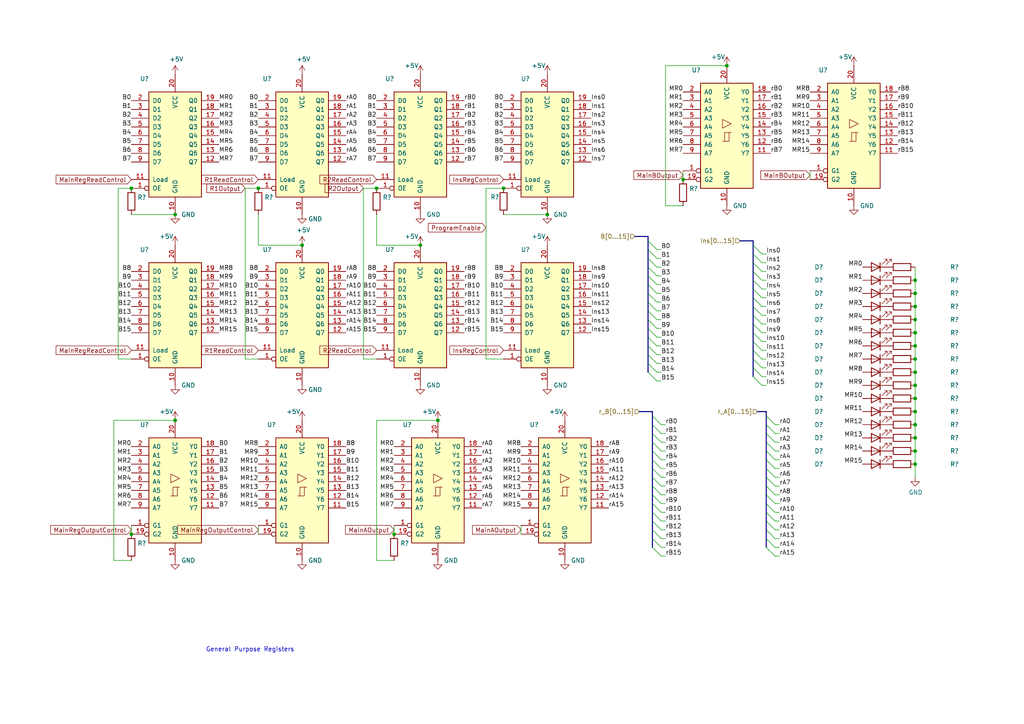
<source format=kicad_sch>
(kicad_sch (version 20211123) (generator eeschema)
  (paper "A4")
  (lib_symbols
    (symbol "74xx:74LS541" (pin_names (offset 1.016))
      (property "Reference" "U" (at -7.62 16.51 0))
      (property "Value" "74LS541" (at -7.62 -16.51 0))
      (symbol "74LS541_1_0"
        (polyline (pts (xy -0.635 -1.6002) (xy -0.635 0.9398) (xy 0.635 0.9398)))
        (polyline (pts (xy -1.27 -1.6002) (xy 0.635 -1.6002) (xy 0.635 0.9398) (xy 1.27 0.9398)))
        (polyline (pts (xy 1.27 3.4798) (xy -1.27 4.7498) (xy -1.27 2.2098) (xy 1.27 3.4798)) (stroke (width 0.1524)))
        (pin input inverted (at -12.7 -10.16 0) (length 5.08) (name "G1") (number "1"))
        (pin power_in line (at 0 -20.32 90) (length 5.08) (name "GND") (number "10"))
        (pin tri_state line (at 12.7 -5.08 180) (length 5.08) (name "Y7") (number "11"))
        (pin tri_state line (at 12.7 -2.54 180) (length 5.08) (name "Y6") (number "12"))
        (pin tri_state line (at 12.7 0 180) (length 5.08) (name "Y5") (number "13"))
        (pin tri_state line (at 12.7 2.54 180) (length 5.08) (name "Y4") (number "14"))
        (pin tri_state line (at 12.7 5.08 180) (length 5.08) (name "Y3") (number "15"))
        (pin tri_state line (at 12.7 7.62 180) (length 5.08) (name "Y2") (number "16"))
        (pin tri_state line (at 12.7 10.16 180) (length 5.08) (name "Y1") (number "17"))
        (pin tri_state line (at 12.7 12.7 180) (length 5.08) (name "Y0") (number "18"))
        (pin input inverted (at -12.7 -12.7 0) (length 5.08) (name "G2") (number "19"))
        (pin input line (at -12.7 12.7 0) (length 5.08) (name "A0") (number "2"))
        (pin power_in line (at 0 20.32 270) (length 5.08) (name "VCC") (number "20"))
        (pin input line (at -12.7 10.16 0) (length 5.08) (name "A1") (number "3"))
        (pin input line (at -12.7 7.62 0) (length 5.08) (name "A2") (number "4"))
        (pin input line (at -12.7 5.08 0) (length 5.08) (name "A3") (number "5"))
        (pin input line (at -12.7 2.54 0) (length 5.08) (name "A4") (number "6"))
        (pin input line (at -12.7 0 0) (length 5.08) (name "A5") (number "7"))
        (pin input line (at -12.7 -2.54 0) (length 5.08) (name "A6") (number "8"))
        (pin input line (at -12.7 -5.08 0) (length 5.08) (name "A7") (number "9"))
      )
      (symbol "74LS541_1_1"
        (rectangle (start -7.62 15.24) (end 7.62 -15.24) (stroke (width 0.254)) (fill (type background)))
      )
    )
    (symbol "Device:LED" (pin_numbers hide) (pin_names (offset 1.016) hide)
      (property "Reference" "D" (at 0 2.54 0))
      (property "Value" "LED" (at 0 -2.54 0))
      (symbol "LED_0_1"
        (polyline (pts (xy -1.27 -1.27) (xy -1.27 1.27)) (stroke (width 0.254)))
        (polyline (pts (xy -1.27 0) (xy 1.27 0)))
        (polyline (pts (xy 1.27 -1.27) (xy 1.27 1.27) (xy -1.27 0) (xy 1.27 -1.27)) (stroke (width 0.254)))
        (polyline (pts (xy -3.048 -0.762) (xy -4.572 -2.286) (xy -3.81 -2.286) (xy -4.572 -2.286) (xy -4.572 -1.524)))
        (polyline (pts (xy -1.778 -0.762) (xy -3.302 -2.286) (xy -2.54 -2.286) (xy -3.302 -2.286) (xy -3.302 -1.524)))
      )
      (symbol "LED_1_1"
        (pin passive line (at -3.81 0 0) (length 2.54) (name "K") (number "1"))
        (pin passive line (at 3.81 0 180) (length 2.54) (name "A") (number "2"))
      )
    )
    (symbol "Device:R" (pin_numbers hide) (pin_names (offset 0))
      (property "Reference" "R" (at 2.032 0 90))
      (property "Value" "R" (at 0 0 90))
      (symbol "R_0_1"
        (rectangle (start -1.016 -2.54) (end 1.016 2.54) (stroke (width 0.254)))
      )
      (symbol "R_1_1"
        (pin passive line (at 0 3.81 270) (length 1.27) (name "~") (number "1"))
        (pin passive line (at 0 -3.81 90) (length 1.27) (name "~") (number "2"))
      )
    )
    (symbol "MAX7000CPU-Gen2_5-rescue:+5V-power-MAX7000CPU-Gen2-rescue" (power) (pin_names (offset 0))
      (property "Value" "+5V-power-MAX7000CPU-Gen2-rescue" (at 0 3.556 0))
      (symbol "+5V-power-MAX7000CPU-Gen2-rescue_0_1"
        (polyline (pts (xy -0.762 1.27) (xy 0 2.54)))
        (polyline (pts (xy 0 0) (xy 0 2.54)))
        (polyline (pts (xy 0 2.54) (xy 0.762 1.27)))
      )
      (symbol "+5V-power-MAX7000CPU-Gen2-rescue_1_1"
        (pin power_in line (at 0 0 90) (length 0) hide (name "+5V") (number "1"))
      )
    )
    (symbol "MAX7000CPU-Gen2_5-rescue:74LS573-74xx-MAX7000CPU-Gen2-rescue" (pin_names (offset 1.016))
      (property "Reference" "U" (at -7.62 16.51 0))
      (property "Value" "74LS573-74xx-MAX7000CPU-Gen2-rescue" (at -7.62 -16.51 0))
      (symbol "74LS573-74xx-MAX7000CPU-Gen2-rescue_1_0"
        (pin input inverted (at -12.7 -12.7 0) (length 5.08) (name "OE") (number "1"))
        (pin power_in line (at 0 -20.32 90) (length 5.08) (name "GND") (number "10"))
        (pin input line (at -12.7 -10.16 0) (length 5.08) (name "Load") (number "11"))
        (pin tri_state line (at 12.7 -5.08 180) (length 5.08) (name "Q7") (number "12"))
        (pin tri_state line (at 12.7 -2.54 180) (length 5.08) (name "Q6") (number "13"))
        (pin tri_state line (at 12.7 0 180) (length 5.08) (name "Q5") (number "14"))
        (pin tri_state line (at 12.7 2.54 180) (length 5.08) (name "Q4") (number "15"))
        (pin tri_state line (at 12.7 5.08 180) (length 5.08) (name "Q3") (number "16"))
        (pin tri_state line (at 12.7 7.62 180) (length 5.08) (name "Q2") (number "17"))
        (pin tri_state line (at 12.7 10.16 180) (length 5.08) (name "Q1") (number "18"))
        (pin tri_state line (at 12.7 12.7 180) (length 5.08) (name "Q0") (number "19"))
        (pin input line (at -12.7 12.7 0) (length 5.08) (name "D0") (number "2"))
        (pin power_in line (at 0 20.32 270) (length 5.08) (name "VCC") (number "20"))
        (pin input line (at -12.7 10.16 0) (length 5.08) (name "D1") (number "3"))
        (pin input line (at -12.7 7.62 0) (length 5.08) (name "D2") (number "4"))
        (pin input line (at -12.7 5.08 0) (length 5.08) (name "D3") (number "5"))
        (pin input line (at -12.7 2.54 0) (length 5.08) (name "D4") (number "6"))
        (pin input line (at -12.7 0 0) (length 5.08) (name "D5") (number "7"))
        (pin input line (at -12.7 -2.54 0) (length 5.08) (name "D6") (number "8"))
        (pin input line (at -12.7 -5.08 0) (length 5.08) (name "D7") (number "9"))
      )
      (symbol "74LS573-74xx-MAX7000CPU-Gen2-rescue_1_1"
        (rectangle (start -7.62 15.24) (end 7.62 -15.24) (stroke (width 0.254)) (fill (type background)))
      )
    )
    (symbol "MAX7000CPU-Gen2_5-rescue:GND-power-MAX7000CPU-Gen2-rescue" (power) (pin_names (offset 0))
      (property "Value" "GND-power-MAX7000CPU-Gen2-rescue" (at 0 -3.81 0))
      (symbol "GND-power-MAX7000CPU-Gen2-rescue_0_1"
        (polyline (pts (xy 0 0) (xy 0 -1.27) (xy 1.27 -1.27) (xy 0 -2.54) (xy -1.27 -1.27) (xy 0 -1.27)))
      )
      (symbol "GND-power-MAX7000CPU-Gen2-rescue_1_1"
        (pin power_in line (at 0 0 270) (length 0) hide (name "GND") (number "1"))
      )
    )
    (symbol "MAX7000CPU-Gen2_5-rescue:R-Device-MAX7000CPU-Gen2-rescue" (pin_numbers hide) (pin_names (offset 0))
      (property "Reference" "R" (at 2.032 0 90))
      (property "Value" "R-Device-MAX7000CPU-Gen2-rescue" (at 0 0 90))
      (symbol "R-Device-MAX7000CPU-Gen2-rescue_0_1"
        (rectangle (start -1.016 -2.54) (end 1.016 2.54) (stroke (width 0.254)))
      )
      (symbol "R-Device-MAX7000CPU-Gen2-rescue_1_1"
        (pin passive line (at 0 3.81 270) (length 1.27) (name "~") (number "1"))
        (pin passive line (at 0 -3.81 90) (length 1.27) (name "~") (number "2"))
      )
    )
    (symbol "power:GND" (power) (pin_names (offset 0))
      (property "Value" "GND" (at 0 -3.81 0))
      (symbol "GND_0_1"
        (polyline (pts (xy 0 0) (xy 0 -1.27) (xy 1.27 -1.27) (xy 0 -2.54) (xy -1.27 -1.27) (xy 0 -1.27)))
      )
      (symbol "GND_1_1"
        (pin power_in line (at 0 0 270) (length 0) hide (name "GND") (number "1"))
      )
    )
  )
  (junction (at 114.3 154.94))
  (junction (at 74.93 54.61))
  (junction (at 265.43 96.52))
  (junction (at 38.1 154.94))
  (junction (at 265.43 104.14))
  (junction (at 265.43 115.57))
  (junction (at 265.43 119.38))
  (junction (at 50.8 62.23))
  (junction (at 87.63 71.12))
  (junction (at 265.43 134.62))
  (junction (at 265.43 111.76))
  (junction (at 38.1 54.61))
  (junction (at 158.75 62.23))
  (junction (at 265.43 123.19))
  (junction (at 127 121.92))
  (junction (at 265.43 107.95))
  (junction (at 109.22 54.61))
  (junction (at 121.92 71.12))
  (junction (at 146.05 54.61))
  (junction (at 265.43 81.28))
  (junction (at 265.43 92.71))
  (junction (at 265.43 88.9))
  (junction (at 265.43 127))
  (junction (at 50.8 121.92))
  (junction (at 265.43 85.09))
  (junction (at 265.43 130.81))
  (junction (at 210.82 19.05))
  (junction (at 265.43 100.33))
  (junction (at 198.12 52.07))
  (bus_entry (at 222.25 120.65) (size 2.54 2.54))
  (bus_entry (at 187.96 102.87) (size 2.54 2.54))
  (bus_entry (at 222.25 133.35) (size 2.54 2.54))
  (bus_entry (at 218.44 88.9) (size 2.54 2.54))
  (bus_entry (at 187.96 77.47) (size 2.54 2.54))
  (bus_entry (at 187.96 74.93) (size 2.54 2.54))
  (bus_entry (at 187.96 80.01) (size 2.54 2.54))
  (bus_entry (at 222.25 135.89) (size 2.54 2.54))
  (bus_entry (at 187.96 105.41) (size 2.54 2.54))
  (bus_entry (at 222.25 156.21) (size 2.54 2.54))
  (bus_entry (at 187.96 85.09) (size 2.54 2.54))
  (bus_entry (at 189.23 120.65) (size 2.54 2.54))
  (bus_entry (at 189.23 156.21) (size 2.54 2.54))
  (bus_entry (at 218.44 78.74) (size 2.54 2.54))
  (bus_entry (at 222.25 148.59) (size 2.54 2.54))
  (bus_entry (at 189.23 143.51) (size 2.54 2.54))
  (bus_entry (at 218.44 101.6) (size 2.54 2.54))
  (bus_entry (at 222.25 125.73) (size 2.54 2.54))
  (bus_entry (at 189.23 148.59) (size 2.54 2.54))
  (bus_entry (at 218.44 99.06) (size 2.54 2.54))
  (bus_entry (at 218.44 86.36) (size 2.54 2.54))
  (bus_entry (at 218.44 93.98) (size 2.54 2.54))
  (bus_entry (at 189.23 140.97) (size 2.54 2.54))
  (bus_entry (at 187.96 97.79) (size 2.54 2.54))
  (bus_entry (at 218.44 76.2) (size 2.54 2.54))
  (bus_entry (at 222.25 123.19) (size 2.54 2.54))
  (bus_entry (at 187.96 87.63) (size 2.54 2.54))
  (bus_entry (at 218.44 71.12) (size 2.54 2.54))
  (bus_entry (at 218.44 83.82) (size 2.54 2.54))
  (bus_entry (at 218.44 73.66) (size 2.54 2.54))
  (bus_entry (at 189.23 128.27) (size 2.54 2.54))
  (bus_entry (at 187.96 82.55) (size 2.54 2.54))
  (bus_entry (at 218.44 91.44) (size 2.54 2.54))
  (bus_entry (at 187.96 90.17) (size 2.54 2.54))
  (bus_entry (at 187.96 107.95) (size 2.54 2.54))
  (bus_entry (at 222.25 130.81) (size 2.54 2.54))
  (bus_entry (at 189.23 153.67) (size 2.54 2.54))
  (bus_entry (at 222.25 146.05) (size 2.54 2.54))
  (bus_entry (at 187.96 69.85) (size 2.54 2.54))
  (bus_entry (at 189.23 135.89) (size 2.54 2.54))
  (bus_entry (at 222.25 158.75) (size 2.54 2.54))
  (bus_entry (at 218.44 96.52) (size 2.54 2.54))
  (bus_entry (at 189.23 133.35) (size 2.54 2.54))
  (bus_entry (at 218.44 106.68) (size 2.54 2.54))
  (bus_entry (at 222.25 128.27) (size 2.54 2.54))
  (bus_entry (at 187.96 100.33) (size 2.54 2.54))
  (bus_entry (at 222.25 153.67) (size 2.54 2.54))
  (bus_entry (at 222.25 151.13) (size 2.54 2.54))
  (bus_entry (at 222.25 138.43) (size 2.54 2.54))
  (bus_entry (at 222.25 143.51) (size 2.54 2.54))
  (bus_entry (at 218.44 104.14) (size 2.54 2.54))
  (bus_entry (at 189.23 158.75) (size 2.54 2.54))
  (bus_entry (at 189.23 123.19) (size 2.54 2.54))
  (bus_entry (at 218.44 109.22) (size 2.54 2.54))
  (bus_entry (at 187.96 95.25) (size 2.54 2.54))
  (bus_entry (at 189.23 151.13) (size 2.54 2.54))
  (bus_entry (at 189.23 130.81) (size 2.54 2.54))
  (bus_entry (at 189.23 138.43) (size 2.54 2.54))
  (bus_entry (at 189.23 146.05) (size 2.54 2.54))
  (bus_entry (at 222.25 140.97) (size 2.54 2.54))
  (bus_entry (at 189.23 125.73) (size 2.54 2.54))
  (bus_entry (at 218.44 81.28) (size 2.54 2.54))
  (bus_entry (at 187.96 72.39) (size 2.54 2.54))
  (bus_entry (at 187.96 92.71) (size 2.54 2.54))
  (bus (pts (xy 222.25 143.51) (xy 222.25 146.05)))
  (wire (pts (xy 191.77 133.35) (xy 193.04 133.35)))
  (wire (pts (xy 265.43 107.95) (xy 265.43 111.76)))
  (bus (pts (xy 187.96 95.25) (xy 187.96 97.79)))
  (wire (pts (xy 265.43 81.28) (xy 265.43 85.09)))
  (wire (pts (xy 109.22 54.61) (xy 105.41 54.61)))
  (wire (pts (xy 190.5 85.09) (xy 191.77 85.09)))
  (wire (pts (xy 224.79 148.59) (xy 226.06 148.59)))
  (wire (pts (xy 34.29 104.14) (xy 38.1 104.14)))
  (bus (pts (xy 222.25 138.43) (xy 222.25 140.97)))
  (bus (pts (xy 222.25 123.19) (xy 222.25 125.73)))
  (wire (pts (xy 109.22 71.12) (xy 121.92 71.12)))
  (bus (pts (xy 218.44 96.52) (xy 218.44 99.06)))
  (wire (pts (xy 224.79 143.51) (xy 226.06 143.51)))
  (wire (pts (xy 191.77 123.19) (xy 193.04 123.19)))
  (wire (pts (xy 220.98 81.28) (xy 222.25 81.28)))
  (wire (pts (xy 265.43 92.71) (xy 265.43 96.52)))
  (wire (pts (xy 224.79 138.43) (xy 226.06 138.43)))
  (wire (pts (xy 191.77 158.75) (xy 193.04 158.75)))
  (wire (pts (xy 190.5 80.01) (xy 191.77 80.01)))
  (bus (pts (xy 218.44 99.06) (xy 218.44 101.6)))
  (wire (pts (xy 265.43 85.09) (xy 265.43 88.9)))
  (bus (pts (xy 189.23 148.59) (xy 189.23 151.13)))
  (wire (pts (xy 191.77 128.27) (xy 193.04 128.27)))
  (bus (pts (xy 189.23 153.67) (xy 189.23 156.21)))
  (wire (pts (xy 224.79 133.35) (xy 226.06 133.35)))
  (wire (pts (xy 190.5 90.17) (xy 191.77 90.17)))
  (bus (pts (xy 222.25 153.67) (xy 222.25 156.21)))
  (wire (pts (xy 146.05 62.23) (xy 158.75 62.23)))
  (wire (pts (xy 191.77 143.51) (xy 193.04 143.51)))
  (bus (pts (xy 218.44 78.74) (xy 218.44 81.28)))
  (wire (pts (xy 38.1 152.4) (xy 38.1 154.94)))
  (bus (pts (xy 187.96 68.58) (xy 187.96 69.85)))
  (wire (pts (xy 265.43 134.62) (xy 265.43 138.43)))
  (bus (pts (xy 187.96 82.55) (xy 187.96 85.09)))
  (bus (pts (xy 189.23 120.65) (xy 189.23 123.19)))
  (wire (pts (xy 146.05 104.14) (xy 140.97 104.14)))
  (wire (pts (xy 74.93 152.4) (xy 74.93 154.94)))
  (wire (pts (xy 109.22 162.56) (xy 109.22 121.92)))
  (wire (pts (xy 220.98 78.74) (xy 222.25 78.74)))
  (wire (pts (xy 191.77 135.89) (xy 193.04 135.89)))
  (wire (pts (xy 224.79 156.21) (xy 226.06 156.21)))
  (bus (pts (xy 218.44 101.6) (xy 218.44 104.14)))
  (wire (pts (xy 33.02 121.92) (xy 50.8 121.92)))
  (wire (pts (xy 191.77 146.05) (xy 193.04 146.05)))
  (wire (pts (xy 265.43 77.47) (xy 265.43 81.28)))
  (wire (pts (xy 220.98 86.36) (xy 222.25 86.36)))
  (wire (pts (xy 190.5 110.49) (xy 191.77 110.49)))
  (bus (pts (xy 187.96 87.63) (xy 187.96 90.17)))
  (bus (pts (xy 218.44 86.36) (xy 218.44 88.9)))
  (wire (pts (xy 74.93 62.23) (xy 74.93 71.12)))
  (bus (pts (xy 187.96 80.01) (xy 187.96 82.55)))
  (wire (pts (xy 193.04 59.69) (xy 193.04 19.05)))
  (bus (pts (xy 222.25 156.21) (xy 222.25 158.75)))
  (bus (pts (xy 222.25 151.13) (xy 222.25 153.67)))
  (wire (pts (xy 33.02 162.56) (xy 33.02 121.92)))
  (wire (pts (xy 220.98 109.22) (xy 222.25 109.22)))
  (bus (pts (xy 189.23 135.89) (xy 189.23 138.43)))
  (bus (pts (xy 218.44 76.2) (xy 218.44 78.74)))
  (wire (pts (xy 220.98 91.44) (xy 222.25 91.44)))
  (bus (pts (xy 222.25 148.59) (xy 222.25 151.13)))
  (bus (pts (xy 189.23 123.19) (xy 189.23 125.73)))
  (bus (pts (xy 222.25 119.38) (xy 219.71 119.38)))
  (wire (pts (xy 190.5 100.33) (xy 191.77 100.33)))
  (bus (pts (xy 189.23 140.97) (xy 189.23 143.51)))
  (wire (pts (xy 220.98 73.66) (xy 222.25 73.66)))
  (wire (pts (xy 224.79 158.75) (xy 226.06 158.75)))
  (wire (pts (xy 220.98 96.52) (xy 222.25 96.52)))
  (wire (pts (xy 220.98 99.06) (xy 222.25 99.06)))
  (wire (pts (xy 191.77 148.59) (xy 193.04 148.59)))
  (wire (pts (xy 224.79 123.19) (xy 226.06 123.19)))
  (wire (pts (xy 265.43 100.33) (xy 265.43 104.14)))
  (bus (pts (xy 189.23 133.35) (xy 189.23 135.89)))
  (bus (pts (xy 187.96 102.87) (xy 187.96 105.41)))
  (wire (pts (xy 105.41 54.61) (xy 105.41 104.14)))
  (bus (pts (xy 218.44 69.85) (xy 218.44 71.12)))
  (bus (pts (xy 184.15 68.58) (xy 187.96 68.58)))
  (bus (pts (xy 187.96 97.79) (xy 187.96 100.33)))
  (wire (pts (xy 265.43 127) (xy 265.43 130.81)))
  (wire (pts (xy 38.1 54.61) (xy 34.29 54.61)))
  (wire (pts (xy 191.77 125.73) (xy 193.04 125.73)))
  (wire (pts (xy 224.79 128.27) (xy 226.06 128.27)))
  (wire (pts (xy 190.5 107.95) (xy 191.77 107.95)))
  (bus (pts (xy 185.42 119.38) (xy 189.23 119.38)))
  (bus (pts (xy 189.23 143.51) (xy 189.23 146.05)))
  (wire (pts (xy 190.5 74.93) (xy 191.77 74.93)))
  (bus (pts (xy 222.25 146.05) (xy 222.25 148.59)))
  (bus (pts (xy 187.96 74.93) (xy 187.96 77.47)))
  (wire (pts (xy 190.5 77.47) (xy 191.77 77.47)))
  (bus (pts (xy 222.25 130.81) (xy 222.25 133.35)))
  (bus (pts (xy 189.23 151.13) (xy 189.23 153.67)))
  (wire (pts (xy 109.22 121.92) (xy 127 121.92)))
  (bus (pts (xy 189.23 156.21) (xy 189.23 158.75)))
  (wire (pts (xy 191.77 156.21) (xy 193.04 156.21)))
  (wire (pts (xy 140.97 54.61) (xy 140.97 104.14)))
  (wire (pts (xy 265.43 104.14) (xy 265.43 107.95)))
  (wire (pts (xy 220.98 83.82) (xy 222.25 83.82)))
  (wire (pts (xy 220.98 104.14) (xy 222.25 104.14)))
  (bus (pts (xy 222.25 119.38) (xy 222.25 120.65)))
  (bus (pts (xy 187.96 77.47) (xy 187.96 80.01)))
  (bus (pts (xy 189.23 146.05) (xy 189.23 148.59)))
  (wire (pts (xy 224.79 151.13) (xy 226.06 151.13)))
  (wire (pts (xy 265.43 111.76) (xy 265.43 115.57)))
  (bus (pts (xy 189.23 119.38) (xy 189.23 120.65)))
  (wire (pts (xy 151.13 152.4) (xy 151.13 154.94)))
  (bus (pts (xy 218.44 91.44) (xy 218.44 93.98)))
  (bus (pts (xy 189.23 125.73) (xy 189.23 128.27)))
  (wire (pts (xy 265.43 96.52) (xy 265.43 100.33)))
  (wire (pts (xy 265.43 115.57) (xy 265.43 119.38)))
  (wire (pts (xy 105.41 104.14) (xy 109.22 104.14)))
  (wire (pts (xy 190.5 95.25) (xy 191.77 95.25)))
  (wire (pts (xy 220.98 93.98) (xy 222.25 93.98)))
  (wire (pts (xy 224.79 153.67) (xy 226.06 153.67)))
  (wire (pts (xy 193.04 19.05) (xy 210.82 19.05)))
  (wire (pts (xy 71.12 104.14) (xy 71.12 54.61)))
  (wire (pts (xy 220.98 76.2) (xy 222.25 76.2)))
  (wire (pts (xy 190.5 82.55) (xy 191.77 82.55)))
  (wire (pts (xy 140.97 54.61) (xy 146.05 54.61)))
  (bus (pts (xy 187.96 72.39) (xy 187.96 74.93)))
  (wire (pts (xy 191.77 140.97) (xy 193.04 140.97)))
  (wire (pts (xy 190.5 92.71) (xy 191.77 92.71)))
  (bus (pts (xy 218.44 93.98) (xy 218.44 96.52)))
  (wire (pts (xy 220.98 88.9) (xy 222.25 88.9)))
  (bus (pts (xy 222.25 125.73) (xy 222.25 128.27)))
  (wire (pts (xy 265.43 123.19) (xy 265.43 127)))
  (bus (pts (xy 187.96 90.17) (xy 187.96 92.71)))
  (wire (pts (xy 191.77 153.67) (xy 193.04 153.67)))
  (wire (pts (xy 38.1 62.23) (xy 50.8 62.23)))
  (wire (pts (xy 224.79 140.97) (xy 226.06 140.97)))
  (bus (pts (xy 222.25 120.65) (xy 222.25 123.19)))
  (wire (pts (xy 38.1 162.56) (xy 33.02 162.56)))
  (bus (pts (xy 218.44 106.68) (xy 218.44 109.22)))
  (wire (pts (xy 190.5 102.87) (xy 191.77 102.87)))
  (bus (pts (xy 189.23 138.43) (xy 189.23 140.97)))
  (bus (pts (xy 218.44 88.9) (xy 218.44 91.44)))
  (wire (pts (xy 224.79 135.89) (xy 226.06 135.89)))
  (bus (pts (xy 222.25 133.35) (xy 222.25 135.89)))
  (wire (pts (xy 191.77 130.81) (xy 193.04 130.81)))
  (wire (pts (xy 220.98 106.68) (xy 222.25 106.68)))
  (bus (pts (xy 218.44 83.82) (xy 218.44 86.36)))
  (wire (pts (xy 224.79 146.05) (xy 226.06 146.05)))
  (wire (pts (xy 190.5 97.79) (xy 191.77 97.79)))
  (wire (pts (xy 114.3 152.4) (xy 114.3 154.94)))
  (bus (pts (xy 214.63 69.85) (xy 218.44 69.85)))
  (wire (pts (xy 191.77 138.43) (xy 193.04 138.43)))
  (bus (pts (xy 218.44 104.14) (xy 218.44 106.68)))
  (wire (pts (xy 224.79 125.73) (xy 226.06 125.73)))
  (bus (pts (xy 189.23 130.81) (xy 189.23 133.35)))
  (wire (pts (xy 34.29 54.61) (xy 34.29 104.14)))
  (wire (pts (xy 198.12 49.53) (xy 198.12 52.07)))
  (wire (pts (xy 114.3 162.56) (xy 109.22 162.56)))
  (wire (pts (xy 224.79 161.29) (xy 226.06 161.29)))
  (bus (pts (xy 222.25 140.97) (xy 222.25 143.51)))
  (wire (pts (xy 198.12 59.69) (xy 193.04 59.69)))
  (wire (pts (xy 74.93 104.14) (xy 71.12 104.14)))
  (wire (pts (xy 265.43 88.9) (xy 265.43 92.71)))
  (bus (pts (xy 222.25 128.27) (xy 222.25 130.81)))
  (wire (pts (xy 71.12 54.61) (xy 74.93 54.61)))
  (wire (pts (xy 265.43 119.38) (xy 265.43 123.19)))
  (wire (pts (xy 224.79 130.81) (xy 226.06 130.81)))
  (bus (pts (xy 218.44 73.66) (xy 218.44 76.2)))
  (wire (pts (xy 74.93 71.12) (xy 87.63 71.12)))
  (wire (pts (xy 190.5 72.39) (xy 191.77 72.39)))
  (bus (pts (xy 189.23 128.27) (xy 189.23 130.81)))
  (wire (pts (xy 191.77 151.13) (xy 193.04 151.13)))
  (bus (pts (xy 222.25 135.89) (xy 222.25 138.43)))
  (bus (pts (xy 187.96 69.85) (xy 187.96 72.39)))
  (wire (pts (xy 190.5 87.63) (xy 191.77 87.63)))
  (wire (pts (xy 265.43 130.81) (xy 265.43 134.62)))
  (wire (pts (xy 191.77 161.29) (xy 193.04 161.29)))
  (wire (pts (xy 190.5 105.41) (xy 191.77 105.41)))
  (bus (pts (xy 187.96 100.33) (xy 187.96 102.87)))
  (wire (pts (xy 220.98 111.76) (xy 222.25 111.76)))
  (wire (pts (xy 234.95 49.53) (xy 234.95 52.07)))
  (bus (pts (xy 218.44 71.12) (xy 218.44 73.66)))
  (bus (pts (xy 218.44 81.28) (xy 218.44 83.82)))
  (wire (pts (xy 109.22 62.23) (xy 109.22 71.12)))
  (bus (pts (xy 187.96 105.41) (xy 187.96 107.95)))
  (wire (pts (xy 220.98 101.6) (xy 222.25 101.6)))
  (bus (pts (xy 187.96 92.71) (xy 187.96 95.25)))
  (bus (pts (xy 187.96 85.09) (xy 187.96 87.63)))
  (text "General Purpose Registers" (at 59.69 189.23 0) (effects (font (size 1.27 1.27)) (justify left bottom)))
  (label "MR3" (at 114.3 137.16 180))
  (label "rB7" (at 223.52 44.45 0))
  (label "rB6" (at 134.62 44.45 0))
  (label "MR13" (at 234.95 39.37 180))
  (label "rB14" (at 134.62 93.98 0))
  (label "MR0" (at 250.19 77.47 180))
  (label "rA10" (at 176.53 134.62 0))
  (label "rB7" (at 193.04 140.97 0))
  (label "rA8" (at 176.53 129.54 0))
  (label "rB12" (at 260.35 36.83 0))
  (label "B11" (at 146.05 86.36 180))
  (label "B9" (at 74.93 81.28 180))
  (label "rA6" (at 226.06 138.43 0))
  (label "B3" (at 38.1 36.83 180))
  (label "rB2" (at 193.04 128.27 0))
  (label "rA7" (at 139.7 147.32 0))
  (label "rA2" (at 139.7 134.62 0))
  (label "MR4" (at 38.1 139.7 180))
  (label "rA7" (at 100.33 46.99 0))
  (label "rA8" (at 226.06 143.51 0))
  (label "B13" (at 100.33 142.24 0))
  (label "rA9" (at 100.33 81.28 0))
  (label "rB13" (at 134.62 91.44 0))
  (label "MR11" (at 151.13 137.16 180))
  (label "rB4" (at 223.52 36.83 0))
  (label "Ins7" (at 171.45 46.99 0))
  (label "B12" (at 146.05 88.9 180))
  (label "B13" (at 38.1 91.44 180))
  (label "MR7" (at 114.3 147.32 180))
  (label "rA1" (at 139.7 132.08 0))
  (label "rA0" (at 100.33 29.21 0))
  (label "Ins4" (at 171.45 39.37 0))
  (label "rB0" (at 193.04 123.19 0))
  (label "MR12" (at 250.19 123.19 180))
  (label "B14" (at 38.1 93.98 180))
  (label "B11" (at 74.93 86.36 180))
  (label "rA12" (at 226.06 153.67 0))
  (label "B15" (at 38.1 96.52 180))
  (label "Ins14" (at 171.45 93.98 0))
  (label "MR13" (at 63.5 91.44 0))
  (label "Ins1" (at 222.25 76.2 0))
  (label "B10" (at 74.93 83.82 180))
  (label "rA4" (at 100.33 39.37 0))
  (label "MR8" (at 151.13 129.54 180))
  (label "MR8" (at 234.95 26.67 180))
  (label "rB1" (at 134.62 31.75 0))
  (label "rB9" (at 193.04 146.05 0))
  (label "B1" (at 63.5 132.08 0))
  (label "B4" (at 38.1 39.37 180))
  (label "rB1" (at 193.04 125.73 0))
  (label "B4" (at 191.77 82.55 0))
  (label "MR4" (at 63.5 39.37 0))
  (label "B0" (at 146.05 29.21 180))
  (label "B1" (at 191.77 74.93 0))
  (label "B12" (at 100.33 139.7 0))
  (label "B3" (at 191.77 80.01 0))
  (label "B12" (at 74.93 88.9 180))
  (label "Ins9" (at 171.45 81.28 0))
  (label "B0" (at 74.93 29.21 180))
  (label "B10" (at 109.22 83.82 180))
  (label "MR4" (at 250.19 92.71 180))
  (label "MR3" (at 250.19 88.9 180))
  (label "B14" (at 191.77 107.95 0))
  (label "MR7" (at 250.19 104.14 180))
  (label "B2" (at 63.5 134.62 0))
  (label "Ins10" (at 171.45 83.82 0))
  (label "B7" (at 109.22 46.99 180))
  (label "rB15" (at 134.62 96.52 0))
  (label "MR11" (at 74.93 137.16 180))
  (label "Ins5" (at 222.25 86.36 0))
  (label "rB5" (at 193.04 135.89 0))
  (label "B7" (at 146.05 46.99 180))
  (label "B11" (at 191.77 100.33 0))
  (label "B9" (at 146.05 81.28 180))
  (label "MR3" (at 63.5 36.83 0))
  (label "rB4" (at 134.62 39.37 0))
  (label "B2" (at 38.1 34.29 180))
  (label "rA3" (at 226.06 130.81 0))
  (label "rA7" (at 226.06 140.97 0))
  (label "B8" (at 146.05 78.74 180))
  (label "B6" (at 74.93 44.45 180))
  (label "B10" (at 146.05 83.82 180))
  (label "MR10" (at 234.95 31.75 180))
  (label "MR2" (at 198.12 31.75 180))
  (label "B8" (at 109.22 78.74 180))
  (label "rA10" (at 100.33 83.82 0))
  (label "rA10" (at 226.06 148.59 0))
  (label "rA5" (at 100.33 41.91 0))
  (label "B5" (at 146.05 41.91 180))
  (label "rB14" (at 193.04 158.75 0))
  (label "MR8" (at 63.5 78.74 0))
  (label "MR12" (at 74.93 139.7 180))
  (label "MR15" (at 250.19 134.62 180))
  (label "B14" (at 109.22 93.98 180))
  (label "MR1" (at 63.5 31.75 0))
  (label "MR9" (at 151.13 132.08 180))
  (label "MR0" (at 63.5 29.21 0))
  (label "rB1" (at 223.52 29.21 0))
  (label "B0" (at 109.22 29.21 180))
  (label "B6" (at 191.77 87.63 0))
  (label "rA6" (at 139.7 144.78 0))
  (label "B3" (at 146.05 36.83 180))
  (label "rB6" (at 193.04 138.43 0))
  (label "B15" (at 109.22 96.52 180))
  (label "B12" (at 38.1 88.9 180))
  (label "rA15" (at 226.06 161.29 0))
  (label "rA9" (at 176.53 132.08 0))
  (label "rA6" (at 100.33 44.45 0))
  (label "MR0" (at 114.3 129.54 180))
  (label "B4" (at 109.22 39.37 180))
  (label "MR7" (at 38.1 147.32 180))
  (label "rA2" (at 226.06 128.27 0))
  (label "rB3" (at 134.62 36.83 0))
  (label "B14" (at 146.05 93.98 180))
  (label "rB8" (at 134.62 78.74 0))
  (label "B12" (at 191.77 102.87 0))
  (label "MR11" (at 234.95 34.29 180))
  (label "MR4" (at 198.12 36.83 180))
  (label "MR15" (at 63.5 96.52 0))
  (label "rB8" (at 260.35 26.67 0))
  (label "B15" (at 146.05 96.52 180))
  (label "MR2" (at 250.19 85.09 180))
  (label "B3" (at 74.93 36.83 180))
  (label "rB9" (at 260.35 29.21 0))
  (label "B1" (at 38.1 31.75 180))
  (label "rB9" (at 134.62 81.28 0))
  (label "rA14" (at 226.06 158.75 0))
  (label "B6" (at 146.05 44.45 180))
  (label "B8" (at 38.1 78.74 180))
  (label "rA4" (at 139.7 139.7 0))
  (label "rA4" (at 226.06 133.35 0))
  (label "MR14" (at 74.93 144.78 180))
  (label "rB0" (at 134.62 29.21 0))
  (label "MR7" (at 63.5 46.99 0))
  (label "Ins1" (at 171.45 31.75 0))
  (label "MR10" (at 250.19 115.57 180))
  (label "MR14" (at 151.13 144.78 180))
  (label "rB10" (at 260.35 31.75 0))
  (label "rA15" (at 176.53 147.32 0))
  (label "Ins5" (at 171.45 41.91 0))
  (label "B2" (at 146.05 34.29 180))
  (label "rA3" (at 139.7 137.16 0))
  (label "B1" (at 74.93 31.75 180))
  (label "MR15" (at 234.95 44.45 180))
  (label "B4" (at 146.05 39.37 180))
  (label "MR6" (at 250.19 100.33 180))
  (label "MR14" (at 250.19 130.81 180))
  (label "Ins10" (at 222.25 99.06 0))
  (label "MR9" (at 74.93 132.08 180))
  (label "B13" (at 74.93 91.44 180))
  (label "B6" (at 38.1 44.45 180))
  (label "B5" (at 191.77 85.09 0))
  (label "B10" (at 100.33 134.62 0))
  (label "B13" (at 191.77 105.41 0))
  (label "B7" (at 38.1 46.99 180))
  (label "B15" (at 100.33 147.32 0))
  (label "rA15" (at 100.33 96.52 0))
  (label "MR4" (at 114.3 139.7 180))
  (label "B9" (at 191.77 95.25 0))
  (label "Ins8" (at 171.45 78.74 0))
  (label "B9" (at 100.33 132.08 0))
  (label "B6" (at 109.22 44.45 180))
  (label "rA5" (at 226.06 135.89 0))
  (label "Ins7" (at 222.25 91.44 0))
  (label "Ins4" (at 222.25 83.82 0))
  (label "rA11" (at 100.33 86.36 0))
  (label "MR10" (at 151.13 134.62 180))
  (label "Ins15" (at 222.25 111.76 0))
  (label "B10" (at 191.77 97.79 0))
  (label "Ins6" (at 171.45 44.45 0))
  (label "MR12" (at 63.5 88.9 0))
  (label "rB11" (at 134.62 86.36 0))
  (label "B7" (at 191.77 90.17 0))
  (label "B2" (at 191.77 77.47 0))
  (label "rA2" (at 100.33 34.29 0))
  (label "B2" (at 109.22 34.29 180))
  (label "rB6" (at 223.52 41.91 0))
  (label "B14" (at 100.33 144.78 0))
  (label "rA0" (at 226.06 123.19 0))
  (label "B12" (at 109.22 88.9 180))
  (label "rB8" (at 193.04 143.51 0))
  (label "rA13" (at 226.06 156.21 0))
  (label "Ins12" (at 222.25 104.14 0))
  (label "MR8" (at 74.93 129.54 180))
  (label "B7" (at 63.5 147.32 0))
  (label "rA5" (at 139.7 142.24 0))
  (label "MR13" (at 151.13 142.24 180))
  (label "MR10" (at 63.5 83.82 0))
  (label "Ins14" (at 222.25 109.22 0))
  (label "B8" (at 100.33 129.54 0))
  (label "rA1" (at 100.33 31.75 0))
  (label "B11" (at 100.33 137.16 0))
  (label "B3" (at 63.5 137.16 0))
  (label "B5" (at 38.1 41.91 180))
  (label "Ins11" (at 222.25 101.6 0))
  (label "B6" (at 63.5 144.78 0))
  (label "MR12" (at 234.95 36.83 180))
  (label "B8" (at 191.77 92.71 0))
  (label "B4" (at 63.5 139.7 0))
  (label "Ins3" (at 171.45 36.83 0))
  (label "Ins9" (at 222.25 96.52 0))
  (label "MR0" (at 38.1 129.54 180))
  (label "MR1" (at 114.3 132.08 180))
  (label "rA12" (at 100.33 88.9 0))
  (label "MR1" (at 250.19 81.28 180))
  (label "B0" (at 38.1 29.21 180))
  (label "rB5" (at 223.52 39.37 0))
  (label "B1" (at 109.22 31.75 180))
  (label "B13" (at 109.22 91.44 180))
  (label "rB2" (at 223.52 31.75 0))
  (label "rA14" (at 100.33 93.98 0))
  (label "rA1" (at 226.06 125.73 0))
  (label "B9" (at 109.22 81.28 180))
  (label "rA0" (at 139.7 129.54 0))
  (label "MR5" (at 114.3 142.24 180))
  (label "rB13" (at 260.35 39.37 0))
  (label "rB4" (at 193.04 133.35 0))
  (label "MR2" (at 38.1 134.62 180))
  (label "MR6" (at 38.1 144.78 180))
  (label "MR11" (at 63.5 86.36 0))
  (label "B10" (at 38.1 83.82 180))
  (label "rA8" (at 100.33 78.74 0))
  (label "B14" (at 74.93 93.98 180))
  (label "rA13" (at 100.33 91.44 0))
  (label "rA11" (at 226.06 151.13 0))
  (label "MR0" (at 198.12 26.67 180))
  (label "MR11" (at 250.19 119.38 180))
  (label "Ins3" (at 222.25 81.28 0))
  (label "rA12" (at 176.53 139.7 0))
  (label "MR2" (at 63.5 34.29 0))
  (label "Ins2" (at 222.25 78.74 0))
  (label "Ins0" (at 222.25 73.66 0))
  (label "rB0" (at 223.52 26.67 0))
  (label "MR5" (at 250.19 96.52 180))
  (label "MR12" (at 151.13 139.7 180))
  (label "B1" (at 146.05 31.75 180))
  (label "rB11" (at 260.35 34.29 0))
  (label "MR6" (at 114.3 144.78 180))
  (label "B13" (at 146.05 91.44 180))
  (label "B4" (at 74.93 39.37 180))
  (label "MR9" (at 250.19 111.76 180))
  (label "Ins13" (at 171.45 91.44 0))
  (label "rB3" (at 193.04 130.81 0))
  (label "Ins6" (at 222.25 88.9 0))
  (label "MR6" (at 198.12 41.91 180))
  (label "B8" (at 74.93 78.74 180))
  (label "MR13" (at 250.19 127 180))
  (label "rA13" (at 176.53 142.24 0))
  (label "rB12" (at 193.04 153.67 0))
  (label "B3" (at 109.22 36.83 180))
  (label "MR15" (at 74.93 147.32 180))
  (label "rB2" (at 134.62 34.29 0))
  (label "MR5" (at 198.12 39.37 180))
  (label "rB10" (at 134.62 83.82 0))
  (label "B2" (at 74.93 34.29 180))
  (label "Ins0" (at 171.45 29.21 0))
  (label "rB10" (at 193.04 148.59 0))
  (label "MR3" (at 198.12 34.29 180))
  (label "B11" (at 38.1 86.36 180))
  (label "Ins8" (at 222.25 93.98 0))
  (label "Ins11" (at 171.45 86.36 0))
  (label "rB11" (at 193.04 151.13 0))
  (label "B15" (at 191.77 110.49 0))
  (label "rB12" (at 134.62 88.9 0))
  (label "MR13" (at 74.93 142.24 180))
  (label "MR1" (at 38.1 132.08 180))
  (label "MR2" (at 114.3 134.62 180))
  (label "MR1" (at 198.12 29.21 180))
  (label "Ins12" (at 171.45 88.9 0))
  (label "rA14" (at 176.53 144.78 0))
  (label "rA9" (at 226.06 146.05 0))
  (label "B9" (at 38.1 81.28 180))
  (label "MR10" (at 74.93 134.62 180))
  (label "B5" (at 63.5 142.24 0))
  (label "B5" (at 74.93 41.91 180))
  (label "B0" (at 63.5 129.54 0))
  (label "MR14" (at 234.95 41.91 180))
  (label "rB15" (at 193.04 161.29 0))
  (label "rB14" (at 260.35 41.91 0))
  (label "Ins13" (at 222.25 106.68 0))
  (label "rB13" (at 193.04 156.21 0))
  (label "B11" (at 109.22 86.36 180))
  (label "MR15" (at 151.13 147.32 180))
  (label "rB7" (at 134.62 46.99 0))
  (label "MR3" (at 38.1 137.16 180))
  (label "rB3" (at 223.52 34.29 0))
  (label "rB15" (at 260.35 44.45 0))
  (label "MR9" (at 234.95 29.21 180))
  (label "MR5" (at 38.1 142.24 180))
  (label "MR7" (at 198.12 44.45 180))
  (label "MR9" (at 63.5 81.28 0))
  (label "Ins15" (at 171.45 96.52 0))
  (label "Ins2" (at 171.45 34.29 0))
  (label "B7" (at 74.93 46.99 180))
  (label "B0" (at 191.77 72.39 0))
  (label "MR8" (at 250.19 107.95 180))
  (label "rA3" (at 100.33 36.83 0))
  (label "MR6" (at 63.5 44.45 0))
  (label "rA11" (at 176.53 137.16 0))
  (label "B15" (at 74.93 96.52 180))
  (label "MR14" (at 63.5 93.98 0))
  (label "B5" (at 109.22 41.91 180))
  (label "rB5" (at 134.62 41.91 0))
  (label "MR5" (at 63.5 41.91 0))
  (global_label "MainAOutput" (shape input) (at 151.13 153.67 180) (property "Intersheet References" "${INTERSHEET_REFS}" (effects hide)))
  (global_label "MainRegReadControl" (shape input) (at 38.1 101.6 180) (property "Intersheet References" "${INTERSHEET_REFS}" (effects hide)))
  (global_label "MainAOutput" (shape input) (at 114.3 153.67 180) (property "Intersheet References" "${INTERSHEET_REFS}" (effects hide)))
  (global_label "MainRegReadControl" (shape input) (at 38.1 52.07 180) (property "Intersheet References" "${INTERSHEET_REFS}" (effects hide)))
  (global_label "R1Output" (shape input) (at 71.12 54.61 180) (property "Intersheet References" "${INTERSHEET_REFS}" (effects hide)))
  (global_label "R1ReadControl" (shape input) (at 74.93 52.07 180) (property "Intersheet References" "${INTERSHEET_REFS}" (effects hide)))
  (global_label "MainBOutput" (shape input) (at 234.95 50.8 180) (property "Intersheet References" "${INTERSHEET_REFS}" (effects hide)))
  (global_label "MainBOutput" (shape input) (at 198.12 50.8 180) (property "Intersheet References" "${INTERSHEET_REFS}" (effects hide)))
  (global_label "ProgramEnable" (shape input) (at 140.97 66.04 180) (property "Intersheet References" "${INTERSHEET_REFS}" (effects hide)))
  (global_label "R2ReadControl" (shape input) (at 109.22 52.07 180) (property "Intersheet References" "${INTERSHEET_REFS}" (effects hide)))
  (global_label "MainRegOutputControl" (shape input) (at 38.1 153.67 180) (property "Intersheet References" "${INTERSHEET_REFS}" (effects hide)))
  (global_label "MainRegOutputControl" (shape input) (at 74.93 153.67 180) (property "Intersheet References" "${INTERSHEET_REFS}" (effects hide)))
  (global_label "R2ReadControl" (shape input) (at 109.22 101.6 180) (property "Intersheet References" "${INTERSHEET_REFS}" (effects hide)))
  (global_label "InsRegControl" (shape input) (at 146.05 52.07 180) (property "Intersheet References" "${INTERSHEET_REFS}" (effects hide)))
  (global_label "R1ReadControl" (shape input) (at 74.93 101.6 180) (property "Intersheet References" "${INTERSHEET_REFS}" (effects hide)))
  (global_label "R2Output" (shape input) (at 105.41 54.61 180) (property "Intersheet References" "${INTERSHEET_REFS}" (effects hide)))
  (global_label "InsRegControl" (shape input) (at 146.05 101.6 180) (property "Intersheet References" "${INTERSHEET_REFS}" (effects hide)))
  (hierarchical_label "B[0...15]" (shape input) (at 184.15 68.58 180))
  (hierarchical_label "r_B[0...15]" (shape input) (at 185.42 119.38 180))
  (hierarchical_label "Ins[0...15]" (shape input) (at 214.63 69.85 180))
  (hierarchical_label "r_A[0...15]" (shape input) (at 219.71 119.38 180))
  (symbol (lib_id "MAX7000CPU-Gen2_5-rescue:GND-power-MAX7000CPU-Gen2-rescue") (at 50.8 62.23 0) (unit 1)
    (property "Reference" "#PWR?" (effects hide))
  )
  (symbol (lib_id "MAX7000CPU-Gen2_5-rescue:+5V-power-MAX7000CPU-Gen2-rescue") (at 50.8 21.59 0) (unit 1)
    (property "Reference" "#PWR?" (effects hide))
  )
  (symbol (lib_id "MAX7000CPU-Gen2_5-rescue:74LS573-74xx-MAX7000CPU-Gen2-rescue") (at 87.63 41.91 0) (unit 1)
    (property "Reference" "U?" (at 77.47 22.86 0))
    (property "Datasheet" "74xx/74hc573.pdf" (effects hide))
  )
  (symbol (lib_id "MAX7000CPU-Gen2_5-rescue:+5V-power-MAX7000CPU-Gen2-rescue") (at 87.63 21.59 0) (unit 1)
    (property "Reference" "#PWR?" (effects hide))
  )
  (symbol (lib_id "MAX7000CPU-Gen2_5-rescue:GND-power-MAX7000CPU-Gen2-rescue") (at 87.63 62.23 0) (unit 1)
    (property "Reference" "#PWR?" (effects hide))
  )
  (symbol (lib_id "MAX7000CPU-Gen2_5-rescue:+5V-power-MAX7000CPU-Gen2-rescue") (at 121.92 21.59 0) (unit 1)
    (property "Reference" "#PWR?" (effects hide))
  )
  (symbol (lib_id "MAX7000CPU-Gen2_5-rescue:GND-power-MAX7000CPU-Gen2-rescue") (at 121.92 62.23 0) (unit 1)
    (property "Reference" "#PWR?" (effects hide))
  )
  (symbol (lib_id "MAX7000CPU-Gen2_5-rescue:74LS573-74xx-MAX7000CPU-Gen2-rescue") (at 158.75 41.91 0) (unit 1)
    (property "Reference" "U?" (at 152.4 22.86 0))
    (property "Datasheet" "74xx/74hc573.pdf" (effects hide))
  )
  (symbol (lib_id "MAX7000CPU-Gen2_5-rescue:+5V-power-MAX7000CPU-Gen2-rescue") (at 158.75 21.59 0) (unit 1)
    (property "Reference" "#PWR?" (effects hide))
  )
  (symbol (lib_id "MAX7000CPU-Gen2_5-rescue:GND-power-MAX7000CPU-Gen2-rescue") (at 158.75 62.23 0) (unit 1)
    (property "Reference" "#PWR?" (effects hide))
  )
  (symbol (lib_id "MAX7000CPU-Gen2_5-rescue:74LS573-74xx-MAX7000CPU-Gen2-rescue") (at 50.8 41.91 0) (unit 1)
    (property "Reference" "U?" (at 41.91 22.86 0))
    (property "Datasheet" "74xx/74hc573.pdf" (effects hide))
  )
  (symbol (lib_id "MAX7000CPU-Gen2_5-rescue:R-Device-MAX7000CPU-Gen2-rescue") (at 146.05 58.42 0) (unit 1)
    (property "Reference" "R?" (at 142.24 57.15 0) (effects (justify left)))
  )
  (symbol (lib_id "MAX7000CPU-Gen2_5-rescue:R-Device-MAX7000CPU-Gen2-rescue") (at 38.1 58.42 0) (unit 1)
    (property "Reference" "R?" (at 39.878 57.2516 0) (effects (justify left)))
  )
  (symbol (lib_id "MAX7000CPU-Gen2_5-rescue:74LS573-74xx-MAX7000CPU-Gen2-rescue") (at 121.92 41.91 0) (unit 1)
    (property "Reference" "U?" (at 113.03 22.86 0))
    (property "Datasheet" "74xx/74hc573.pdf" (effects hide))
  )
  (symbol (lib_id "MAX7000CPU-Gen2_5-rescue:R-Device-MAX7000CPU-Gen2-rescue") (at 74.93 58.42 0) (unit 1)
    (property "Reference" "R?" (at 76.708 57.2516 0) (effects (justify left)))
  )
  (symbol (lib_id "MAX7000CPU-Gen2_5-rescue:R-Device-MAX7000CPU-Gen2-rescue") (at 109.22 58.42 0) (unit 1)
    (property "Reference" "R?" (at 110.998 57.2516 0) (effects (justify left)))
  )
  (symbol (lib_id "MAX7000CPU-Gen2_5-rescue:GND-power-MAX7000CPU-Gen2-rescue") (at 50.8 111.76 0) (unit 1)
    (property "Reference" "#PWR?" (effects hide))
  )
  (symbol (lib_id "MAX7000CPU-Gen2_5-rescue:74LS573-74xx-MAX7000CPU-Gen2-rescue") (at 87.63 91.44 0) (unit 1)
    (property "Reference" "U?" (at 77.47 72.39 0))
    (property "Datasheet" "74xx/74hc573.pdf" (effects hide))
  )
  (symbol (lib_id "MAX7000CPU-Gen2_5-rescue:+5V-power-MAX7000CPU-Gen2-rescue") (at 87.63 71.12 0) (unit 1)
    (property "Reference" "#PWR?" (effects hide))
  )
  (symbol (lib_id "MAX7000CPU-Gen2_5-rescue:GND-power-MAX7000CPU-Gen2-rescue") (at 87.63 111.76 0) (unit 1)
    (property "Reference" "#PWR?" (effects hide))
  )
  (symbol (lib_id "MAX7000CPU-Gen2_5-rescue:+5V-power-MAX7000CPU-Gen2-rescue") (at 121.92 71.12 0) (unit 1)
    (property "Reference" "#PWR?" (effects hide))
  )
  (symbol (lib_id "MAX7000CPU-Gen2_5-rescue:GND-power-MAX7000CPU-Gen2-rescue") (at 121.92 111.76 0) (unit 1)
    (property "Reference" "#PWR?" (effects hide))
  )
  (symbol (lib_id "MAX7000CPU-Gen2_5-rescue:74LS573-74xx-MAX7000CPU-Gen2-rescue") (at 50.8 91.44 0) (unit 1)
    (property "Reference" "U?" (at 41.91 72.39 0))
    (property "Datasheet" "74xx/74hc573.pdf" (effects hide))
  )
  (symbol (lib_id "MAX7000CPU-Gen2_5-rescue:74LS573-74xx-MAX7000CPU-Gen2-rescue") (at 121.92 91.44 0) (unit 1)
    (property "Reference" "U?" (at 113.03 72.39 0))
    (property "Datasheet" "74xx/74hc573.pdf" (effects hide))
  )
  (symbol (lib_id "MAX7000CPU-Gen2_5-rescue:74LS573-74xx-MAX7000CPU-Gen2-rescue") (at 158.75 91.44 0) (unit 1)
    (property "Reference" "U?" (at 152.4 72.39 0))
    (property "Datasheet" "74xx/74hc573.pdf" (effects hide))
  )
  (symbol (lib_id "MAX7000CPU-Gen2_5-rescue:+5V-power-MAX7000CPU-Gen2-rescue") (at 158.75 71.12 0) (unit 1)
    (property "Reference" "#PWR?" (effects hide))
  )
  (symbol (lib_id "MAX7000CPU-Gen2_5-rescue:GND-power-MAX7000CPU-Gen2-rescue") (at 158.75 111.76 0) (unit 1)
    (property "Reference" "#PWR?" (effects hide))
  )
  (symbol (lib_id "74xx:74LS541") (at 50.8 142.24 0) (unit 1)
    (property "Reference" "U?" (at 41.91 123.19 0))
    (property "Datasheet" "http://www.ti.com/lit/gpn/sn74LS541" (effects hide))
  )
  (symbol (lib_id "MAX7000CPU-Gen2_5-rescue:+5V-power-MAX7000CPU-Gen2-rescue") (at 50.8 121.92 0) (unit 1)
    (property "Reference" "#PWR?" (effects hide))
  )
  (symbol (lib_id "MAX7000CPU-Gen2_5-rescue:GND-power-MAX7000CPU-Gen2-rescue") (at 50.8 162.56 0) (unit 1)
    (property "Reference" "#PWR?" (effects hide))
  )
  (symbol (lib_id "MAX7000CPU-Gen2_5-rescue:+5V-power-MAX7000CPU-Gen2-rescue") (at 50.8 71.12 0) (unit 1)
    (property "Reference" "#PWR?" (effects hide))
  )
  (symbol (lib_id "74xx:74LS541") (at 87.63 142.24 0) (unit 1)
    (property "Reference" "U?" (at 78.74 123.19 0))
    (property "Datasheet" "http://www.ti.com/lit/gpn/sn74LS541" (effects hide))
  )
  (symbol (lib_id "MAX7000CPU-Gen2_5-rescue:+5V-power-MAX7000CPU-Gen2-rescue") (at 87.63 121.92 0) (unit 1)
    (property "Reference" "#PWR?" (effects hide))
  )
  (symbol (lib_id "MAX7000CPU-Gen2_5-rescue:GND-power-MAX7000CPU-Gen2-rescue") (at 87.63 162.56 0) (unit 1)
    (property "Reference" "#PWR?" (effects hide))
  )
  (symbol (lib_id "MAX7000CPU-Gen2_5-rescue:R-Device-MAX7000CPU-Gen2-rescue") (at 38.1 158.75 0) (unit 1)
    (property "Reference" "R?" (at 39.878 157.5816 0) (effects (justify left)))
  )
  (symbol (lib_id "74xx:74LS541") (at 127 142.24 0) (unit 1)
    (property "Reference" "U?" (at 118.11 123.19 0))
    (property "Datasheet" "http://www.ti.com/lit/gpn/sn74LS541" (effects hide))
  )
  (symbol (lib_id "MAX7000CPU-Gen2_5-rescue:+5V-power-MAX7000CPU-Gen2-rescue") (at 127 121.92 0) (unit 1)
    (property "Reference" "#PWR?" (effects hide))
  )
  (symbol (lib_id "MAX7000CPU-Gen2_5-rescue:GND-power-MAX7000CPU-Gen2-rescue") (at 127 162.56 0) (unit 1)
    (property "Reference" "#PWR?" (effects hide))
  )
  (symbol (lib_id "74xx:74LS541") (at 163.83 142.24 0) (unit 1)
    (property "Reference" "U?" (at 154.94 123.19 0))
    (property "Datasheet" "http://www.ti.com/lit/gpn/sn74LS541" (effects hide))
  )
  (symbol (lib_id "MAX7000CPU-Gen2_5-rescue:+5V-power-MAX7000CPU-Gen2-rescue") (at 163.83 121.92 0) (unit 1)
    (property "Reference" "#PWR?" (effects hide))
  )
  (symbol (lib_id "MAX7000CPU-Gen2_5-rescue:GND-power-MAX7000CPU-Gen2-rescue") (at 163.83 162.56 0) (unit 1)
    (property "Reference" "#PWR?" (effects hide))
  )
  (symbol (lib_id "MAX7000CPU-Gen2_5-rescue:R-Device-MAX7000CPU-Gen2-rescue") (at 114.3 158.75 0) (unit 1)
    (property "Reference" "R?" (at 116.078 157.5816 0) (effects (justify left)))
  )
  (symbol (lib_id "74xx:74LS541") (at 210.82 39.37 0) (unit 1)
    (property "Reference" "U?" (at 201.93 20.32 0))
    (property "Datasheet" "http://www.ti.com/lit/gpn/sn74LS541" (effects hide))
  )
  (symbol (lib_id "MAX7000CPU-Gen2_5-rescue:+5V-power-MAX7000CPU-Gen2-rescue") (at 210.82 19.05 0) (unit 1)
    (property "Reference" "#PWR?" (effects hide))
  )
  (symbol (lib_id "MAX7000CPU-Gen2_5-rescue:GND-power-MAX7000CPU-Gen2-rescue") (at 210.82 59.69 0) (unit 1)
    (property "Reference" "#PWR?" (effects hide))
  )
  (symbol (lib_id "74xx:74LS541") (at 247.65 39.37 0) (unit 1)
    (property "Reference" "U?" (at 238.76 20.32 0))
    (property "Datasheet" "http://www.ti.com/lit/gpn/sn74LS541" (effects hide))
  )
  (symbol (lib_id "MAX7000CPU-Gen2_5-rescue:+5V-power-MAX7000CPU-Gen2-rescue") (at 247.65 19.05 0) (unit 1)
    (property "Reference" "#PWR?" (effects hide))
  )
  (symbol (lib_id "MAX7000CPU-Gen2_5-rescue:GND-power-MAX7000CPU-Gen2-rescue") (at 247.65 59.69 0) (unit 1)
    (property "Reference" "#PWR?" (effects hide))
  )
  (symbol (lib_id "MAX7000CPU-Gen2_5-rescue:R-Device-MAX7000CPU-Gen2-rescue") (at 198.12 55.88 0) (unit 1)
    (property "Reference" "R?" (at 199.898 54.7116 0) (effects (justify left)))
  )
  (symbol (lib_id "Device:LED") (at 254 77.47 180) (unit 1)
    (property "Reference" "D?" (at 237.49 77.47 0))
  )
  (symbol (lib_id "Device:LED") (at 254 81.28 180) (unit 1)
    (property "Reference" "D?" (at 237.49 81.28 0))
  )
  (symbol (lib_id "Device:LED") (at 254 85.09 180) (unit 1)
    (property "Reference" "D?" (at 237.49 85.09 0))
  )
  (symbol (lib_id "Device:LED") (at 254 88.9 180) (unit 1)
    (property "Reference" "D?" (at 237.49 88.9 0))
  )
  (symbol (lib_id "Device:LED") (at 254 92.71 180) (unit 1)
    (property "Reference" "D?" (at 237.49 92.71 0))
  )
  (symbol (lib_id "Device:LED") (at 254 96.52 180) (unit 1)
    (property "Reference" "D?" (at 237.49 96.52 0))
  )
  (symbol (lib_id "Device:LED") (at 254 100.33 180) (unit 1)
    (property "Reference" "D?" (at 237.49 100.33 0))
  )
  (symbol (lib_id "Device:LED") (at 254 104.14 180) (unit 1)
    (property "Reference" "D?" (at 237.49 104.14 0))
  )
  (symbol (lib_id "Device:LED") (at 254 107.95 180) (unit 1)
    (property "Reference" "D?" (at 237.49 107.95 0))
  )
  (symbol (lib_id "Device:LED") (at 254 111.76 180) (unit 1)
    (property "Reference" "D?" (at 237.49 111.76 0))
  )
  (symbol (lib_id "Device:LED") (at 254 115.57 180) (unit 1)
    (property "Reference" "D?" (at 237.49 115.57 0))
  )
  (symbol (lib_id "Device:LED") (at 254 119.38 180) (unit 1)
    (property "Reference" "D?" (at 237.49 119.38 0))
  )
  (symbol (lib_id "Device:LED") (at 254 123.19 180) (unit 1)
    (property "Reference" "D?" (at 237.49 123.19 0))
  )
  (symbol (lib_id "Device:LED") (at 254 127 180) (unit 1)
    (property "Reference" "D?" (at 237.49 127 0))
  )
  (symbol (lib_id "Device:LED") (at 254 130.81 180) (unit 1)
    (property "Reference" "D?" (at 237.49 130.81 0))
  )
  (symbol (lib_id "Device:LED") (at 254 134.62 180) (unit 1)
    (property "Reference" "D?" (at 237.49 134.62 0))
  )
  (symbol (lib_id "Device:R") (at 261.62 77.47 270) (unit 1)
    (property "Reference" "R?" (at 276.86 77.47 90))
  )
  (symbol (lib_id "Device:R") (at 261.62 81.28 270) (unit 1)
    (property "Reference" "R?" (at 276.86 81.28 90))
  )
  (symbol (lib_id "Device:R") (at 261.62 85.09 270) (unit 1)
    (property "Reference" "R?" (at 276.86 85.09 90))
  )
  (symbol (lib_id "Device:R") (at 261.62 88.9 270) (unit 1)
    (property "Reference" "R?" (at 276.86 88.9 90))
  )
  (symbol (lib_id "Device:R") (at 261.62 92.71 270) (unit 1)
    (property "Reference" "R?" (at 276.86 92.71 90))
  )
  (symbol (lib_id "Device:R") (at 261.62 96.52 270) (unit 1)
    (property "Reference" "R?" (at 276.86 96.52 90))
  )
  (symbol (lib_id "Device:R") (at 261.62 100.33 270) (unit 1)
    (property "Reference" "R?" (at 276.86 100.33 90))
  )
  (symbol (lib_id "Device:R") (at 261.62 104.14 270) (unit 1)
    (property "Reference" "R?" (at 276.86 104.14 90))
  )
  (symbol (lib_id "Device:R") (at 261.62 107.95 270) (unit 1)
    (property "Reference" "R?" (at 276.86 107.95 90))
  )
  (symbol (lib_id "Device:R") (at 261.62 111.76 270) (unit 1)
    (property "Reference" "R?" (at 276.86 111.76 90))
  )
  (symbol (lib_id "Device:R") (at 261.62 115.57 270) (unit 1)
    (property "Reference" "R?" (at 276.86 115.57 90))
  )
  (symbol (lib_id "Device:R") (at 261.62 119.38 270) (unit 1)
    (property "Reference" "R?" (at 276.86 119.38 90))
  )
  (symbol (lib_id "Device:R") (at 261.62 123.19 270) (unit 1)
    (property "Reference" "R?" (at 276.86 123.19 90))
  )
  (symbol (lib_id "Device:R") (at 261.62 127 270) (unit 1)
    (property "Reference" "R?" (at 276.86 127 90))
  )
  (symbol (lib_id "Device:R") (at 261.62 130.81 270) (unit 1)
    (property "Reference" "R?" (at 276.86 130.81 90))
  )
  (symbol (lib_id "Device:R") (at 261.62 134.62 270) (unit 1)
    (property "Reference" "R?" (at 276.86 134.62 90))
  )
  (symbol (lib_id "power:GND") (at 265.43 138.43 0) (unit 1)
    (property "Reference" "#PWR?" (effects hide))
  )
)
</source>
